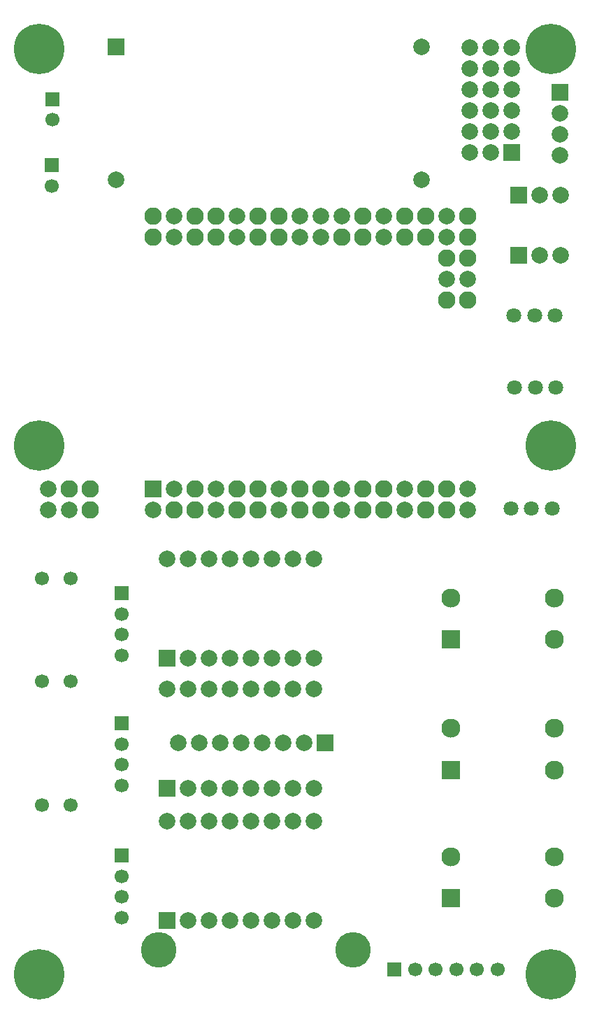
<source format=gbs>
G04*
G04 #@! TF.GenerationSoftware,Altium Limited,Altium Designer,24.2.2 (26)*
G04*
G04 Layer_Color=16711935*
%FSLAX43Y43*%
%MOMM*%
G71*
G04*
G04 #@! TF.SameCoordinates,FB4AC1D3-029A-4C58-91C8-636A0C7E52CF*
G04*
G04*
G04 #@! TF.FilePolarity,Negative*
G04*
G01*
G75*
%ADD17C,2.000*%
%ADD18R,2.000X2.000*%
%ADD19C,2.103*%
%ADD20C,1.700*%
%ADD21R,1.700X1.700*%
%ADD22R,2.000X2.000*%
%ADD23C,4.300*%
%ADD24R,1.700X1.700*%
%ADD25C,1.800*%
%ADD26C,2.300*%
%ADD27R,2.300X2.300*%
%ADD28C,6.100*%
D17*
X27080Y38543D02*
D03*
X19460D02*
D03*
X22000D02*
D03*
X24545Y38538D02*
D03*
X29620Y38543D02*
D03*
X32160D02*
D03*
X34700D02*
D03*
X37240D02*
D03*
X27080Y26543D02*
D03*
X22000D02*
D03*
X24545Y26538D02*
D03*
X29620Y26543D02*
D03*
X32160D02*
D03*
X34700D02*
D03*
X37240D02*
D03*
X27080Y54291D02*
D03*
X19460D02*
D03*
X22000D02*
D03*
X24545Y54286D02*
D03*
X29620Y54291D02*
D03*
X32160D02*
D03*
X34700D02*
D03*
X37240D02*
D03*
X27080Y42291D02*
D03*
X22000D02*
D03*
X24545Y42286D02*
D03*
X29620Y42291D02*
D03*
X32160D02*
D03*
X34700D02*
D03*
X37240D02*
D03*
X45720Y93218D02*
D03*
X40640Y95758D02*
D03*
X38100D02*
D03*
X45720D02*
D03*
X53340D02*
D03*
X38100Y93218D02*
D03*
X20320Y95758D02*
D03*
X27940D02*
D03*
X35560D02*
D03*
X20320Y93218D02*
D03*
X27940D02*
D03*
X35560D02*
D03*
X55880Y88138D02*
D03*
X53340D02*
D03*
Y93218D02*
D03*
X20320Y62738D02*
D03*
X17780Y60198D02*
D03*
X25400D02*
D03*
Y62738D02*
D03*
X33020Y60198D02*
D03*
Y62738D02*
D03*
X40640Y60198D02*
D03*
X48260D02*
D03*
X55880D02*
D03*
X40640Y62738D02*
D03*
X48260D02*
D03*
X55880D02*
D03*
X5080Y62743D02*
D03*
X7620Y60203D02*
D03*
X5080D02*
D03*
X67061Y105659D02*
D03*
X67056Y108204D02*
D03*
Y103124D02*
D03*
X30988Y32004D02*
D03*
X36068D02*
D03*
X33523Y31999D02*
D03*
X28448Y32004D02*
D03*
X25908D02*
D03*
X23368D02*
D03*
X20828D02*
D03*
X37240Y10541D02*
D03*
X34700D02*
D03*
X32160D02*
D03*
X29620D02*
D03*
X24545Y10536D02*
D03*
X22000Y10541D02*
D03*
X27080D02*
D03*
X37240Y22541D02*
D03*
X34700D02*
D03*
X32160D02*
D03*
X29620D02*
D03*
X24545Y22536D02*
D03*
X22000Y22541D02*
D03*
X19460D02*
D03*
X27080D02*
D03*
X67160Y98303D02*
D03*
X64615Y98298D02*
D03*
X61214Y108585D02*
D03*
Y106045D02*
D03*
Y111125D02*
D03*
Y113665D02*
D03*
Y116205D02*
D03*
X58674Y108585D02*
D03*
Y106045D02*
D03*
Y103505D02*
D03*
Y111125D02*
D03*
Y113665D02*
D03*
Y116205D02*
D03*
X56134Y108585D02*
D03*
Y106045D02*
D03*
Y103505D02*
D03*
Y111125D02*
D03*
Y113665D02*
D03*
Y116205D02*
D03*
X50335Y116294D02*
D03*
Y100203D02*
D03*
X13335D02*
D03*
X64615Y91059D02*
D03*
X67160Y91064D02*
D03*
D18*
X19460Y26543D02*
D03*
Y42291D02*
D03*
X17780Y62738D02*
D03*
X38608Y32004D02*
D03*
X19460Y10541D02*
D03*
X62075Y98298D02*
D03*
Y91059D02*
D03*
D19*
X48260Y93218D02*
D03*
X50800D02*
D03*
X55880Y95758D02*
D03*
X43180D02*
D03*
X48260D02*
D03*
X50800D02*
D03*
X40640Y93218D02*
D03*
X43180D02*
D03*
X17780Y95758D02*
D03*
X25400D02*
D03*
X22860D02*
D03*
X33020D02*
D03*
X22860Y93218D02*
D03*
X17780D02*
D03*
X25400D02*
D03*
X33020D02*
D03*
X30480D02*
D03*
X55880Y85598D02*
D03*
Y90678D02*
D03*
X53340D02*
D03*
Y85598D02*
D03*
X30466Y95745D02*
D03*
X55880Y93218D02*
D03*
X43180Y60198D02*
D03*
X22860Y62738D02*
D03*
X20320Y60198D02*
D03*
X22860D02*
D03*
X27940D02*
D03*
X30480D02*
D03*
X27940Y62738D02*
D03*
X30480D02*
D03*
X35560Y60198D02*
D03*
X38100D02*
D03*
X35560Y62738D02*
D03*
X38100D02*
D03*
X45720Y60198D02*
D03*
X50800D02*
D03*
X53340D02*
D03*
X43180Y62738D02*
D03*
X45720D02*
D03*
X50800D02*
D03*
X53340D02*
D03*
X7620Y62743D02*
D03*
X10160Y60203D02*
D03*
Y62743D02*
D03*
D20*
X59523Y4572D02*
D03*
X54523D02*
D03*
X52023D02*
D03*
X49523D02*
D03*
X57023D02*
D03*
X14000Y26881D02*
D03*
Y29381D02*
D03*
Y31881D02*
D03*
Y15879D02*
D03*
Y13379D02*
D03*
Y10879D02*
D03*
X5588Y107442D02*
D03*
X4286Y39497D02*
D03*
X7786D02*
D03*
X4286Y51943D02*
D03*
X7786D02*
D03*
X4286Y24511D02*
D03*
X7786D02*
D03*
X14000Y47629D02*
D03*
Y45129D02*
D03*
Y42629D02*
D03*
X5548Y99461D02*
D03*
D21*
X47023Y4572D02*
D03*
D22*
X67056Y110744D02*
D03*
X61214Y103505D02*
D03*
X13335Y116294D02*
D03*
D23*
X42000Y7002D02*
D03*
X18500D02*
D03*
D24*
X14000Y34381D02*
D03*
Y18379D02*
D03*
X5588Y109942D02*
D03*
X14000Y50129D02*
D03*
X5548Y101961D02*
D03*
D25*
X63627Y60367D02*
D03*
X66127D02*
D03*
X61127D02*
D03*
X61595Y75057D02*
D03*
X66595D02*
D03*
X64095D02*
D03*
X61508Y83735D02*
D03*
X66508D02*
D03*
X64008D02*
D03*
D26*
X66390Y49531D02*
D03*
X53890D02*
D03*
X66390Y44531D02*
D03*
X66390Y18200D02*
D03*
X53890D02*
D03*
X66390Y13200D02*
D03*
Y28772D02*
D03*
X53890Y33772D02*
D03*
X66390D02*
D03*
D27*
X53890Y44531D02*
D03*
X53890Y13200D02*
D03*
Y28772D02*
D03*
D28*
X66000Y68000D02*
D03*
X4000Y116000D02*
D03*
Y68000D02*
D03*
X66000Y116000D02*
D03*
X4000Y4000D02*
D03*
X66000D02*
D03*
M02*

</source>
